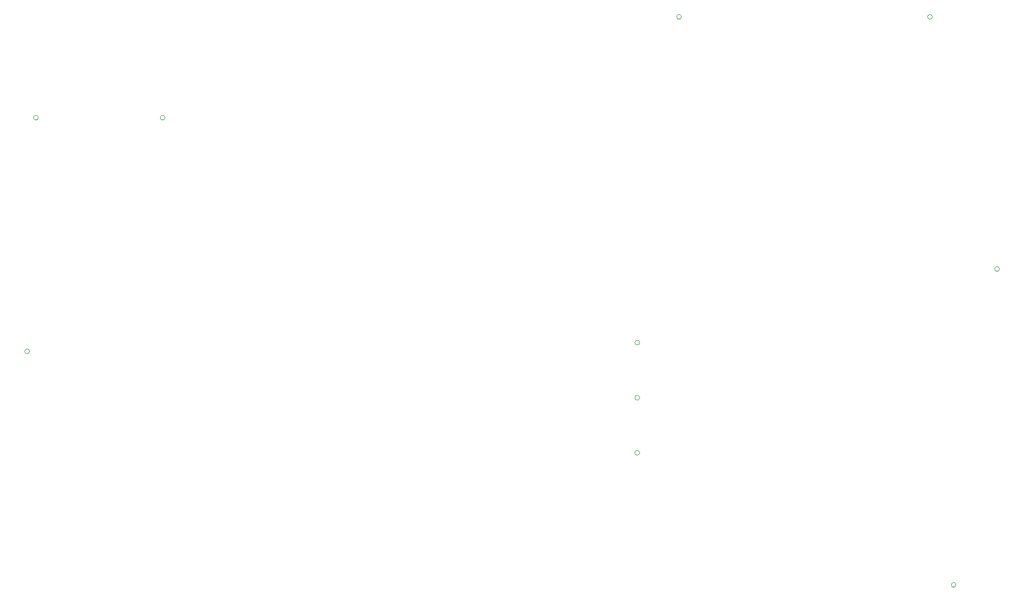
<source format=gbo>
%TF.GenerationSoftware,KiCad,Pcbnew,(6.0.8-1)-1*%
%TF.CreationDate,2022-11-17T19:15:12-05:00*%
%TF.ProjectId,HermEIS,4865726d-4549-4532-9e6b-696361645f70,rev?*%
%TF.SameCoordinates,Original*%
%TF.FileFunction,Legend,Bot*%
%TF.FilePolarity,Positive*%
%FSLAX46Y46*%
G04 Gerber Fmt 4.6, Leading zero omitted, Abs format (unit mm)*
G04 Created by KiCad (PCBNEW (6.0.8-1)-1) date 2022-11-17 19:15:12*
%MOMM*%
%LPD*%
G01*
G04 APERTURE LIST*
%ADD10C,0.120000*%
G04 APERTURE END LIST*
D10*
%TO.C,J19*%
X139717100Y-35179400D02*
G75*
G03*
X139717100Y-35179400I-381000J0D01*
G01*
%TO.C,J18*%
X190413800Y-75387000D02*
G75*
G03*
X190413800Y-75387000I-381000J0D01*
G01*
%TO.C,J17*%
X183493800Y-125777000D02*
G75*
G03*
X183493800Y-125777000I-381000J0D01*
G01*
%TO.C,J16*%
X57401700Y-51255000D02*
G75*
G03*
X57401700Y-51255000I-381000J0D01*
G01*
%TO.C,J20*%
X179717100Y-35179400D02*
G75*
G03*
X179717100Y-35179400I-381000J0D01*
G01*
%TO.C,J21*%
X133059000Y-95926133D02*
G75*
G03*
X133059000Y-95926133I-381000J0D01*
G01*
%TO.C,J22*%
X133059000Y-87142800D02*
G75*
G03*
X133059000Y-87142800I-381000J0D01*
G01*
%TO.C,J12*%
X133059000Y-104709466D02*
G75*
G03*
X133059000Y-104709466I-381000J0D01*
G01*
%TO.C,J14*%
X37196000Y-51255000D02*
G75*
G03*
X37196000Y-51255000I-381000J0D01*
G01*
%TO.C,J13*%
X35801000Y-88526000D02*
G75*
G03*
X35801000Y-88526000I-381000J0D01*
G01*
%TD*%
M02*

</source>
